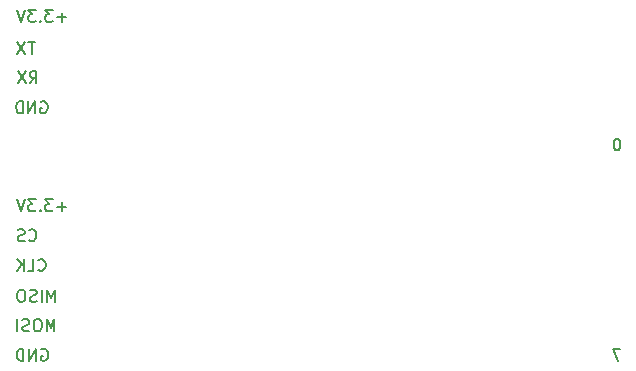
<source format=gbr>
%TF.GenerationSoftware,KiCad,Pcbnew,(5.1.8)-1*%
%TF.CreationDate,2020-12-14T19:22:24+01:00*%
%TF.ProjectId,STM32_Dev_Board,53544d33-325f-4446-9576-5f426f617264,rev?*%
%TF.SameCoordinates,Original*%
%TF.FileFunction,Legend,Bot*%
%TF.FilePolarity,Positive*%
%FSLAX46Y46*%
G04 Gerber Fmt 4.6, Leading zero omitted, Abs format (unit mm)*
G04 Created by KiCad (PCBNEW (5.1.8)-1) date 2020-12-14 19:22:24*
%MOMM*%
%LPD*%
G01*
G04 APERTURE LIST*
%ADD10C,0.150000*%
G04 APERTURE END LIST*
D10*
X106083333Y-94102380D02*
X105416666Y-94102380D01*
X105845238Y-95102380D01*
X105847619Y-76252380D02*
X105752380Y-76252380D01*
X105657142Y-76300000D01*
X105609523Y-76347619D01*
X105561904Y-76442857D01*
X105514285Y-76633333D01*
X105514285Y-76871428D01*
X105561904Y-77061904D01*
X105609523Y-77157142D01*
X105657142Y-77204761D01*
X105752380Y-77252380D01*
X105847619Y-77252380D01*
X105942857Y-77204761D01*
X105990476Y-77157142D01*
X106038095Y-77061904D01*
X106085714Y-76871428D01*
X106085714Y-76633333D01*
X106038095Y-76442857D01*
X105990476Y-76347619D01*
X105942857Y-76300000D01*
X105847619Y-76252380D01*
X57061904Y-94100000D02*
X57157142Y-94052380D01*
X57300000Y-94052380D01*
X57442857Y-94100000D01*
X57538095Y-94195238D01*
X57585714Y-94290476D01*
X57633333Y-94480952D01*
X57633333Y-94623809D01*
X57585714Y-94814285D01*
X57538095Y-94909523D01*
X57442857Y-95004761D01*
X57300000Y-95052380D01*
X57204761Y-95052380D01*
X57061904Y-95004761D01*
X57014285Y-94957142D01*
X57014285Y-94623809D01*
X57204761Y-94623809D01*
X56585714Y-95052380D02*
X56585714Y-94052380D01*
X56014285Y-95052380D01*
X56014285Y-94052380D01*
X55538095Y-95052380D02*
X55538095Y-94052380D01*
X55300000Y-94052380D01*
X55157142Y-94100000D01*
X55061904Y-94195238D01*
X55014285Y-94290476D01*
X54966666Y-94480952D01*
X54966666Y-94623809D01*
X55014285Y-94814285D01*
X55061904Y-94909523D01*
X55157142Y-95004761D01*
X55300000Y-95052380D01*
X55538095Y-95052380D01*
X58171428Y-92552380D02*
X58171428Y-91552380D01*
X57838095Y-92266666D01*
X57504761Y-91552380D01*
X57504761Y-92552380D01*
X56838095Y-91552380D02*
X56647619Y-91552380D01*
X56552380Y-91600000D01*
X56457142Y-91695238D01*
X56409523Y-91885714D01*
X56409523Y-92219047D01*
X56457142Y-92409523D01*
X56552380Y-92504761D01*
X56647619Y-92552380D01*
X56838095Y-92552380D01*
X56933333Y-92504761D01*
X57028571Y-92409523D01*
X57076190Y-92219047D01*
X57076190Y-91885714D01*
X57028571Y-91695238D01*
X56933333Y-91600000D01*
X56838095Y-91552380D01*
X56028571Y-92504761D02*
X55885714Y-92552380D01*
X55647619Y-92552380D01*
X55552380Y-92504761D01*
X55504761Y-92457142D01*
X55457142Y-92361904D01*
X55457142Y-92266666D01*
X55504761Y-92171428D01*
X55552380Y-92123809D01*
X55647619Y-92076190D01*
X55838095Y-92028571D01*
X55933333Y-91980952D01*
X55980952Y-91933333D01*
X56028571Y-91838095D01*
X56028571Y-91742857D01*
X55980952Y-91647619D01*
X55933333Y-91600000D01*
X55838095Y-91552380D01*
X55600000Y-91552380D01*
X55457142Y-91600000D01*
X55028571Y-92552380D02*
X55028571Y-91552380D01*
X58221428Y-90052380D02*
X58221428Y-89052380D01*
X57888095Y-89766666D01*
X57554761Y-89052380D01*
X57554761Y-90052380D01*
X57078571Y-90052380D02*
X57078571Y-89052380D01*
X56650000Y-90004761D02*
X56507142Y-90052380D01*
X56269047Y-90052380D01*
X56173809Y-90004761D01*
X56126190Y-89957142D01*
X56078571Y-89861904D01*
X56078571Y-89766666D01*
X56126190Y-89671428D01*
X56173809Y-89623809D01*
X56269047Y-89576190D01*
X56459523Y-89528571D01*
X56554761Y-89480952D01*
X56602380Y-89433333D01*
X56650000Y-89338095D01*
X56650000Y-89242857D01*
X56602380Y-89147619D01*
X56554761Y-89100000D01*
X56459523Y-89052380D01*
X56221428Y-89052380D01*
X56078571Y-89100000D01*
X55459523Y-89052380D02*
X55269047Y-89052380D01*
X55173809Y-89100000D01*
X55078571Y-89195238D01*
X55030952Y-89385714D01*
X55030952Y-89719047D01*
X55078571Y-89909523D01*
X55173809Y-90004761D01*
X55269047Y-90052380D01*
X55459523Y-90052380D01*
X55554761Y-90004761D01*
X55650000Y-89909523D01*
X55697619Y-89719047D01*
X55697619Y-89385714D01*
X55650000Y-89195238D01*
X55554761Y-89100000D01*
X55459523Y-89052380D01*
X56795238Y-87357142D02*
X56842857Y-87404761D01*
X56985714Y-87452380D01*
X57080952Y-87452380D01*
X57223809Y-87404761D01*
X57319047Y-87309523D01*
X57366666Y-87214285D01*
X57414285Y-87023809D01*
X57414285Y-86880952D01*
X57366666Y-86690476D01*
X57319047Y-86595238D01*
X57223809Y-86500000D01*
X57080952Y-86452380D01*
X56985714Y-86452380D01*
X56842857Y-86500000D01*
X56795238Y-86547619D01*
X55890476Y-87452380D02*
X56366666Y-87452380D01*
X56366666Y-86452380D01*
X55557142Y-87452380D02*
X55557142Y-86452380D01*
X54985714Y-87452380D02*
X55414285Y-86880952D01*
X54985714Y-86452380D02*
X55557142Y-87023809D01*
X56016666Y-84832142D02*
X56064285Y-84879761D01*
X56207142Y-84927380D01*
X56302380Y-84927380D01*
X56445238Y-84879761D01*
X56540476Y-84784523D01*
X56588095Y-84689285D01*
X56635714Y-84498809D01*
X56635714Y-84355952D01*
X56588095Y-84165476D01*
X56540476Y-84070238D01*
X56445238Y-83975000D01*
X56302380Y-83927380D01*
X56207142Y-83927380D01*
X56064285Y-83975000D01*
X56016666Y-84022619D01*
X55635714Y-84879761D02*
X55492857Y-84927380D01*
X55254761Y-84927380D01*
X55159523Y-84879761D01*
X55111904Y-84832142D01*
X55064285Y-84736904D01*
X55064285Y-84641666D01*
X55111904Y-84546428D01*
X55159523Y-84498809D01*
X55254761Y-84451190D01*
X55445238Y-84403571D01*
X55540476Y-84355952D01*
X55588095Y-84308333D01*
X55635714Y-84213095D01*
X55635714Y-84117857D01*
X55588095Y-84022619D01*
X55540476Y-83975000D01*
X55445238Y-83927380D01*
X55207142Y-83927380D01*
X55064285Y-83975000D01*
X56066666Y-71552380D02*
X56400000Y-71076190D01*
X56638095Y-71552380D02*
X56638095Y-70552380D01*
X56257142Y-70552380D01*
X56161904Y-70600000D01*
X56114285Y-70647619D01*
X56066666Y-70742857D01*
X56066666Y-70885714D01*
X56114285Y-70980952D01*
X56161904Y-71028571D01*
X56257142Y-71076190D01*
X56638095Y-71076190D01*
X55733333Y-70552380D02*
X55066666Y-71552380D01*
X55066666Y-70552380D02*
X55733333Y-71552380D01*
X56511904Y-68052380D02*
X55940476Y-68052380D01*
X56226190Y-69052380D02*
X56226190Y-68052380D01*
X55702380Y-68052380D02*
X55035714Y-69052380D01*
X55035714Y-68052380D02*
X55702380Y-69052380D01*
X59150000Y-82021428D02*
X58388095Y-82021428D01*
X58769047Y-82402380D02*
X58769047Y-81640476D01*
X58007142Y-81402380D02*
X57388095Y-81402380D01*
X57721428Y-81783333D01*
X57578571Y-81783333D01*
X57483333Y-81830952D01*
X57435714Y-81878571D01*
X57388095Y-81973809D01*
X57388095Y-82211904D01*
X57435714Y-82307142D01*
X57483333Y-82354761D01*
X57578571Y-82402380D01*
X57864285Y-82402380D01*
X57959523Y-82354761D01*
X58007142Y-82307142D01*
X56959523Y-82307142D02*
X56911904Y-82354761D01*
X56959523Y-82402380D01*
X57007142Y-82354761D01*
X56959523Y-82307142D01*
X56959523Y-82402380D01*
X56578571Y-81402380D02*
X55959523Y-81402380D01*
X56292857Y-81783333D01*
X56150000Y-81783333D01*
X56054761Y-81830952D01*
X56007142Y-81878571D01*
X55959523Y-81973809D01*
X55959523Y-82211904D01*
X56007142Y-82307142D01*
X56054761Y-82354761D01*
X56150000Y-82402380D01*
X56435714Y-82402380D01*
X56530952Y-82354761D01*
X56578571Y-82307142D01*
X55673809Y-81402380D02*
X55340476Y-82402380D01*
X55007142Y-81402380D01*
X57011904Y-73150000D02*
X57107142Y-73102380D01*
X57250000Y-73102380D01*
X57392857Y-73150000D01*
X57488095Y-73245238D01*
X57535714Y-73340476D01*
X57583333Y-73530952D01*
X57583333Y-73673809D01*
X57535714Y-73864285D01*
X57488095Y-73959523D01*
X57392857Y-74054761D01*
X57250000Y-74102380D01*
X57154761Y-74102380D01*
X57011904Y-74054761D01*
X56964285Y-74007142D01*
X56964285Y-73673809D01*
X57154761Y-73673809D01*
X56535714Y-74102380D02*
X56535714Y-73102380D01*
X55964285Y-74102380D01*
X55964285Y-73102380D01*
X55488095Y-74102380D02*
X55488095Y-73102380D01*
X55250000Y-73102380D01*
X55107142Y-73150000D01*
X55011904Y-73245238D01*
X54964285Y-73340476D01*
X54916666Y-73530952D01*
X54916666Y-73673809D01*
X54964285Y-73864285D01*
X55011904Y-73959523D01*
X55107142Y-74054761D01*
X55250000Y-74102380D01*
X55488095Y-74102380D01*
X59150000Y-65971428D02*
X58388095Y-65971428D01*
X58769047Y-66352380D02*
X58769047Y-65590476D01*
X58007142Y-65352380D02*
X57388095Y-65352380D01*
X57721428Y-65733333D01*
X57578571Y-65733333D01*
X57483333Y-65780952D01*
X57435714Y-65828571D01*
X57388095Y-65923809D01*
X57388095Y-66161904D01*
X57435714Y-66257142D01*
X57483333Y-66304761D01*
X57578571Y-66352380D01*
X57864285Y-66352380D01*
X57959523Y-66304761D01*
X58007142Y-66257142D01*
X56959523Y-66257142D02*
X56911904Y-66304761D01*
X56959523Y-66352380D01*
X57007142Y-66304761D01*
X56959523Y-66257142D01*
X56959523Y-66352380D01*
X56578571Y-65352380D02*
X55959523Y-65352380D01*
X56292857Y-65733333D01*
X56150000Y-65733333D01*
X56054761Y-65780952D01*
X56007142Y-65828571D01*
X55959523Y-65923809D01*
X55959523Y-66161904D01*
X56007142Y-66257142D01*
X56054761Y-66304761D01*
X56150000Y-66352380D01*
X56435714Y-66352380D01*
X56530952Y-66304761D01*
X56578571Y-66257142D01*
X55673809Y-65352380D02*
X55340476Y-66352380D01*
X55007142Y-65352380D01*
M02*

</source>
